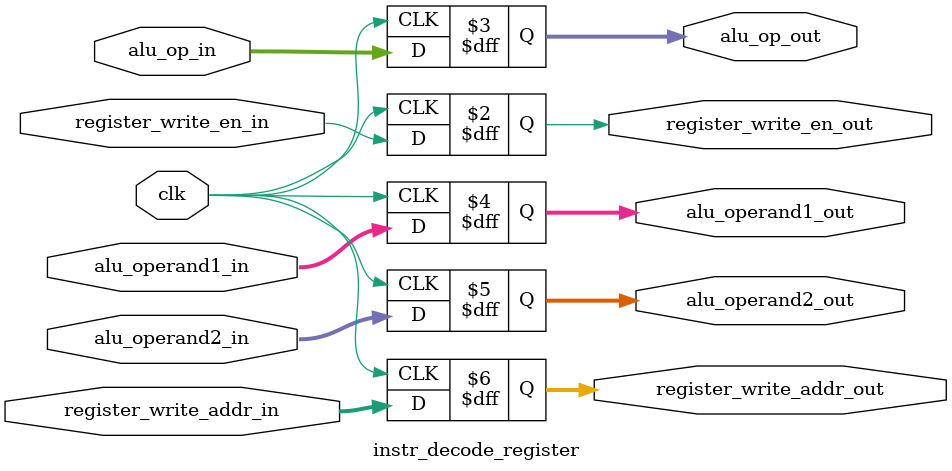
<source format=v>
`timescale 1ns / 1ps
module instr_decode_register(
	input wire clk,
	input wire register_write_en_in,
	input wire [2:0] alu_op_in,
	input wire [31:0] alu_operand1_in,
	input wire [31:0] alu_operand2_in,
	input wire [4:0] register_write_addr_in,
	output reg register_write_en_out,
	output reg [2:0] alu_op_out,
	output reg [31:0] alu_operand1_out,
	output reg [31:0] alu_operand2_out,
	output reg [4:0] register_write_addr_out
);

	always@(posedge clk)
		begin
			register_write_en_out <= register_write_en_in;
			alu_op_out <= alu_op_in;
			alu_operand1_out <= alu_operand1_in;
			alu_operand2_out <= alu_operand2_in;
			register_write_addr_out <= register_write_addr_in;
		end

endmodule

</source>
